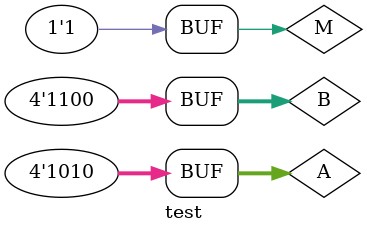
<source format=v>
module adder(A,B,M,S,C);
input[3:0]A,B;
input M;
output[3:0]S;
output C;
wire c1,c2,c3;
full  fa1(.Data_in_A(A[0]),.Data_in_B(B[0]^M),.Data_in_C(M),.Data_out_Sum(S[0]),.Data_out_Carry(c1));
full  fa2(.Data_in_A(A[1]),.Data_in_B(B[1]^M),.Data_in_C(c1),.Data_out_Sum(S[1]),.Data_out_Carry(c2));
full  fa3(.Data_in_A(A[2]),.Data_in_B(B[2]^M),.Data_in_C(c2),.Data_out_Sum(S[2]),.Data_out_Carry(c3));
full  fa4(.Data_in_A(A[3]),.Data_in_B(B[3]^M),.Data_in_C(c3),.Data_out_Sum(S[3]),.Data_out_Carry(C));
endmodule

module test;
reg [3:0]A,B;
reg M;
wire [3:0]S;
wire C;
adder DUT(A,B,M,S,C);
initial
begin
A[0]=0;A[1]=1;A[2]=0;A[3]=1;B[0]=0;B[1]=0;B[2]=1;B[3]=1;M=0;
#10;
A[0]=0;A[1]=1;A[2]=0;A[3]=1;B[0]=0;B[1]=0;B[2]=1;B[3]=1;M=1;
end
endmodule
</source>
